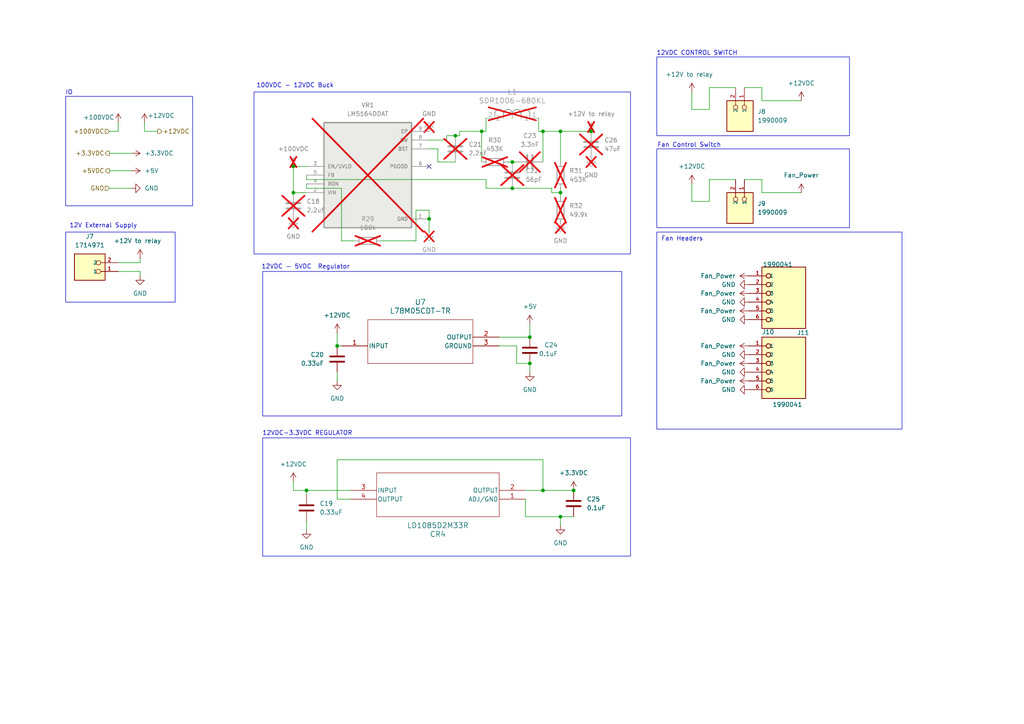
<source format=kicad_sch>
(kicad_sch (version 20250114) (generator "eeschema") (generator_version "9.0")
  (paper "A4")
  (lib_symbols
    (symbol "12-5V regulator L78M05CDT_TR:L78M05CDT-TR" (pin_names (offset 0.254))
      (property "Reference" "U" (at 22.86 10.16 0))
      (property "Value" "L78M05CDT-TR" (at 22.86 7.62 0))
      (symbol "L78M05CDT-TR_0_1"
        (polyline (pts (xy 7.62 5.08) (xy 7.62 -7.62)) (stroke (width 0.127)))
        (polyline (pts (xy 7.62 -7.62) (xy 38.1 -7.62)) (stroke (width 0.127)))
        (polyline (pts (xy 38.1 5.08) (xy 7.62 5.08)) (stroke (width 0.127)))
        (polyline (pts (xy 38.1 -7.62) (xy 38.1 5.08)) (stroke (width 0.127)))
        (pin input line (at 0 0 0) (length 7.62) (name "INPUT") (number "1"))
        (pin power_out line (at 45.72 0 180) (length 7.62) (name "GROUND") (number "3"))
        (pin output line (at 45.72 -2.54 180) (length 7.62) (name "OUTPUT") (number "2"))
      )
    )
    (symbol "1714971:1714971" (pin_names (offset 1.016))
      (property "Reference" "J" (at -2.54 3.302 0))
      (property "Value" "1714971" (at -2.54 -7.62 0))
      (symbol "1714971_0_0"
        (rectangle (start -3.81 -5.08) (end 5.08 2.54) (stroke (width 0.254)) (fill (type background)))
        (circle (center -1.905 0) (radius 0.635) (stroke (width 0.1524)))
        (circle (center -1.905 -2.54) (radius 0.635) (stroke (width 0.1524)))
        (pin passive line (at -7.62 0 0) (length 5.08) (name "1") (number "1"))
        (pin passive line (at -7.62 -2.54 0) (length 5.08) (name "2") (number "2"))
      )
    )
    (symbol "1990009 2P term:1990009" (pin_names (offset 1.016))
      (property "Reference" "J" (at -2.54 3.302 0))
      (property "Value" "1990009" (at -2.54 -7.62 0))
      (symbol "1990009_0_0"
        (rectangle (start -3.81 -5.08) (end 5.08 2.54) (stroke (width 0.254)) (fill (type background)))
        (circle (center -1.905 0) (radius 0.635) (stroke (width 0.1524)))
        (circle (center -1.905 -2.54) (radius 0.635) (stroke (width 0.1524)))
        (pin passive line (at -7.62 0 0) (length 5.08) (name "1") (number "1"))
        (pin passive line (at -7.62 -2.54 0) (length 5.08) (name "2") (number "2"))
      )
    )
    (symbol "2025-06-22_17-53-02:SDR1006-680KL" (pin_names (offset 0.254))
      (property "Reference" "L" (at 6.985 5.08 0))
      (property "Value" "SDR1006-680KL" (at 6.985 -2.54 0))
      (symbol "SDR1006-680KL_1_1"
        (polyline (pts (xy 2.54 0) (xy 2.54 1.27)) (stroke (width 0.2032)))
        (arc (start 2.54 1.27) (mid 3.81 2.5344) (end 5.08 1.27) (stroke (width 0.254)))
        (polyline (pts (xy 5.08 0) (xy 5.08 1.27)) (stroke (width 0.2032)))
        (arc (start 5.08 1.27) (mid 6.35 2.5344) (end 7.62 1.27) (stroke (width 0.254)))
        (polyline (pts (xy 7.62 0) (xy 7.62 1.27)) (stroke (width 0.2032)))
        (arc (start 7.62 1.27) (mid 8.89 2.5344) (end 10.16 1.27) (stroke (width 0.254)))
        (polyline (pts (xy 10.16 0) (xy 10.16 1.27)) (stroke (width 0.2032)))
        (arc (start 10.16 1.27) (mid 11.43 2.5344) (end 12.7 1.27) (stroke (width 0.254)))
        (polyline (pts (xy 12.7 0) (xy 12.7 1.27)) (stroke (width 0.2032)))
        (pin unspecified line (at 0 0 0) (length 2.54) (name "2") (number "2"))
        (pin unspecified line (at 15.24 0 180) (length 2.54) (name "1") (number "1"))
      )
      (symbol "SDR1006-680KL_1_2"
        (arc (start -1.27 10.16) (mid -2.5344 11.43) (end -1.27 12.7) (stroke (width 0.254)))
        (arc (start -1.27 7.62) (mid -2.5344 8.89) (end -1.27 10.16) (stroke (width 0.254)))
        (arc (start -1.27 5.08) (mid -2.5344 6.35) (end -1.27 7.62) (stroke (width 0.254)))
        (arc (start -1.27 2.54) (mid -2.5344 3.81) (end -1.27 5.08) (stroke (width 0.254)))
        (polyline (pts (xy 0 12.7) (xy -1.27 12.7)) (stroke (width 0.2032)))
        (polyline (pts (xy 0 10.16) (xy -1.27 10.16)) (stroke (width 0.2032)))
        (polyline (pts (xy 0 7.62) (xy -1.27 7.62)) (stroke (width 0.2032)))
        (polyline (pts (xy 0 5.08) (xy -1.27 5.08)) (stroke (width 0.2032)))
        (polyline (pts (xy 0 2.54) (xy -1.27 2.54)) (stroke (width 0.2032)))
        (pin unspecified line (at 0 15.24 270) (length 2.54) (name "1") (number "1"))
        (pin unspecified line (at 0 0 90) (length 2.54) (name "2") (number "2"))
      )
    )
    (symbol "3.3V Regulator:LD1085D2M33R" (pin_names (offset 0.254))
      (property "Reference" "CR" (at 25.4 10.16 0))
      (property "Value" "LD1085D2M33R" (at 25.4 7.62 0))
      (symbol "LD1085D2M33R_0_1"
        (polyline (pts (xy 7.62 5.08) (xy 7.62 -7.62)) (stroke (width 0.127)))
        (polyline (pts (xy 7.62 -7.62) (xy 43.18 -7.62)) (stroke (width 0.127)))
        (polyline (pts (xy 43.18 5.08) (xy 7.62 5.08)) (stroke (width 0.127)))
        (polyline (pts (xy 43.18 -7.62) (xy 43.18 5.08)) (stroke (width 0.127)))
        (pin power_out line (at 0 0 0) (length 7.62) (name "ADJ/GND") (number "1"))
        (pin output line (at 0 -2.54 0) (length 7.62) (name "OUTPUT") (number "2"))
        (pin output line (at 50.8 0 180) (length 7.62) (name "OUTPUT") (number "4"))
        (pin input line (at 50.8 -2.54 180) (length 7.62) (name "INPUT") (number "3"))
      )
    )
    (symbol "Device:C" (pin_numbers (hide yes)) (pin_names (offset 0.254))
      (property "Reference" "C" (at 0.635 2.54 0))
      (property "Value" "C" (at 0.635 -2.54 0))
      (symbol "C_0_1"
        (polyline (pts (xy -2.032 0.762) (xy 2.032 0.762)) (stroke (width 0.508)))
        (polyline (pts (xy -2.032 -0.762) (xy 2.032 -0.762)) (stroke (width 0.508)))
      )
      (symbol "C_1_1"
        (pin passive line (at 0 3.81 270) (length 2.794) (name "~") (number "1"))
        (pin passive line (at 0 -3.81 90) (length 2.794) (name "~") (number "2"))
      )
    )
    (symbol "Device:R" (pin_numbers (hide yes)) (pin_names (offset 0))
      (property "Reference" "R" (at 2.032 0 90))
      (property "Value" "R" (at 0 0 90))
      (symbol "R_0_1"
        (rectangle (start -1.016 -2.54) (end 1.016 2.54) (stroke (width 0.254)))
      )
      (symbol "R_1_1"
        (pin passive line (at 0 3.81 270) (length 1.27) (name "~") (number "1"))
        (pin passive line (at 0 -3.81 90) (length 1.27) (name "~") (number "2"))
      )
    )
    (symbol "LM5164DDAT:LM5164DDAT" (pin_names (offset 1.016))
      (property "Reference" "VR" (at -12.7 16.24 0))
      (property "Value" "LM5164DDAT" (at -12.7 -19.24 0))
      (symbol "LM5164DDAT_0_0"
        (rectangle (start -12.7 -15.24) (end 12.7 15.24) (stroke (width 0.41)) (fill (type background)))
        (pin input line (at -17.78 2.54 0) (length 5.08) (name "EN/UVLO") (number "3"))
        (pin input line (at -17.78 0 0) (length 5.08) (name "FB") (number "5"))
        (pin input line (at -17.78 -2.54 0) (length 5.08) (name "RON") (number "4"))
        (pin input line (at -17.78 -5.08 0) (length 5.08) (name "VIN") (number "2"))
        (pin power_in line (at 17.78 12.7 180) (length 5.08) (name "EP") (number "9"))
        (pin power_in line (at 17.78 10.16 180) (length 5.08) (name "SW") (number "8"))
        (pin power_in line (at 17.78 7.62 180) (length 5.08) (name "BST") (number "7"))
        (pin output line (at 17.78 2.54 180) (length 5.08) (name "PGOOD") (number "6"))
        (pin power_in line (at 17.78 -12.7 180) (length 5.08) (name "GND") (number "1"))
      )
    )
    (symbol "PHOENIX_1990041:1990041" (pin_names (offset 1.016))
      (property "Reference" "J" (at -6.85 10.16 0))
      (property "Value" "1990041" (at -6.35 -10.16 0))
      (symbol "1990041_0_0"
        (rectangle (start -6.35 -7.62) (end 6.35 10.16) (stroke (width 0.254)) (fill (type background)))
        (circle (center -4.445 7.62) (radius 0.635) (stroke (width 0.254)))
        (circle (center -4.445 5.08) (radius 0.635) (stroke (width 0.254)))
        (circle (center -4.445 2.54) (radius 0.635) (stroke (width 0.254)))
        (circle (center -4.445 0) (radius 0.635) (stroke (width 0.254)))
        (circle (center -4.445 -2.54) (radius 0.635) (stroke (width 0.254)))
        (circle (center -4.445 -5.08) (radius 0.635) (stroke (width 0.254)))
        (pin passive line (at -10.16 7.62 0) (length 5.08) (name "1") (number "1"))
        (pin passive line (at -10.16 5.08 0) (length 5.08) (name "2") (number "2"))
        (pin passive line (at -10.16 2.54 0) (length 5.08) (name "3") (number "3"))
        (pin passive line (at -10.16 0 0) (length 5.08) (name "4") (number "4"))
        (pin passive line (at -10.16 -2.54 0) (length 5.08) (name "5") (number "5"))
        (pin passive line (at -10.16 -5.08 0) (length 5.08) (name "6") (number "6"))
      )
    )
    (symbol "power:+12V" (power) (pin_numbers (hide yes)) (pin_names (offset 0) (hide yes))
      (property "Value" "+12V" (at 0 3.556 0))
      (symbol "+12V_0_1"
        (polyline (pts (xy -0.762 1.27) (xy 0 2.54)))
        (polyline (pts (xy 0 2.54) (xy 0.762 1.27)))
        (polyline (pts (xy 0 0) (xy 0 2.54)))
      )
      (symbol "+12V_1_1"
        (pin power_in line (at 0 0 90) (length 0) (name "~") (number "1"))
      )
    )
    (symbol "power:+3.3V" (power) (pin_numbers (hide yes)) (pin_names (offset 0) (hide yes))
      (property "Value" "+3.3V" (at 0 3.556 0))
      (symbol "+3.3V_0_1"
        (polyline (pts (xy -0.762 1.27) (xy 0 2.54)))
        (polyline (pts (xy 0 2.54) (xy 0.762 1.27)))
        (polyline (pts (xy 0 0) (xy 0 2.54)))
      )
      (symbol "+3.3V_1_1"
        (pin power_in line (at 0 0 90) (length 0) (name "~") (number "1"))
      )
    )
    (symbol "power:+5V" (power) (pin_numbers (hide yes)) (pin_names (offset 0) (hide yes))
      (property "Value" "+5V" (at 0 3.556 0))
      (symbol "+5V_0_1"
        (polyline (pts (xy -0.762 1.27) (xy 0 2.54)))
        (polyline (pts (xy 0 2.54) (xy 0.762 1.27)))
        (polyline (pts (xy 0 0) (xy 0 2.54)))
      )
      (symbol "+5V_1_1"
        (pin power_in line (at 0 0 90) (length 0) (name "~") (number "1"))
      )
    )
    (symbol "power:GND" (power) (pin_numbers (hide yes)) (pin_names (offset 0) (hide yes))
      (property "Value" "GND" (at 0 -3.81 0))
      (symbol "GND_0_1"
        (polyline (pts (xy 0 0) (xy 0 -1.27) (xy 1.27 -1.27) (xy 0 -2.54) (xy -1.27 -1.27) (xy 0 -1.27)))
      )
      (symbol "GND_1_1"
        (pin power_in line (at 0 0 270) (length 0) (name "~") (number "1"))
      )
    )
  )
  (rectangle (start 19.05 67.31) (end 50.8 87.63))
  (rectangle (start 190.5 16.51) (end 246.38 39.37))
  (rectangle (start 19.05 27.94) (end 55.88 59.69))
  (rectangle (start 73.66 26.67) (end 182.88 73.66))
  (rectangle (start 76.2 78.74) (end 180.34 120.65))
  (rectangle (start 76.2 127) (end 182.88 161.29))
  (rectangle (start 190.5 67.31) (end 261.62 124.46))
  (rectangle (start 190.5 43.18) (end 246.38 66.04))
  (text "Fan Headers\n" (at 197.866 69.342 0) (effects (font (size 1.27 1.27))))
  (text "100VDC - 12VDC Buck\n" (at 85.598 24.892 0) (effects (font (size 1.27 1.27))))
  (text "IO\n" (at 20.066 26.924 0) (effects (font (size 1.27 1.27))))
  (text "12V External Supply" (at 29.972 65.532 0) (effects (font (size 1.27 1.27))))
  (text "12VDC - 5VDC  Regulator\n" (at 88.646 77.47 0) (effects (font (size 1.27 1.27))))
  (text "Fan Control Switch\n" (at 199.898 42.164 0) (effects (font (size 1.27 1.27))))
  (text "12VDC-3.3VDC REGULATOR\n" (at 89.154 125.73 0) (effects (font (size 1.27 1.27))))
  (text "12VDC CONTROL SWITCH\n\n" (at 202.184 16.51 0) (effects (font (size 1.27 1.27))))
  (junction (at 166.37 142.24))
  (junction (at 132.08 39.37))
  (junction (at 162.56 149.86))
  (junction (at 153.67 97.79))
  (junction (at 85.09 55.88))
  (junction (at 139.7 38.1))
  (junction (at 88.9 142.24))
  (junction (at 148.59 54.61))
  (junction (at 85.09 48.26))
  (junction (at 157.48 38.1))
  (junction (at 162.56 38.1))
  (junction (at 148.59 46.99))
  (junction (at 157.48 142.24))
  (junction (at 124.46 63.5))
  (junction (at 162.56 55.88))
  (junction (at 97.79 100.33))
  (junction (at 153.67 105.41))
  (junction (at 171.45 38.1))
  (no_connect (at 124.46 48.26))
  (wire (pts (xy 34.29 78.74) (xy 40.64 78.74)))
  (wire (pts (xy 88.9 50.8) (xy 88.9 52.07)))
  (wire (pts (xy 220.98 29.21) (xy 232.41 29.21)))
  (wire (pts (xy 99.06 100.33) (xy 97.79 100.33)))
  (wire (pts (xy 205.74 58.42) (xy 205.74 52.07)))
  (wire (pts (xy 127 46.99) (xy 132.08 46.99)))
  (wire (pts (xy 162.56 38.1) (xy 162.56 46.99)))
  (wire (pts (xy 38.1 54.61) (xy 31.75 54.61)))
  (wire (pts (xy 153.67 97.79) (xy 153.67 93.98)))
  (wire (pts (xy 40.64 76.2) (xy 40.64 74.93)))
  (wire (pts (xy 160.02 54.61) (xy 160.02 55.88)))
  (wire (pts (xy 162.56 54.61) (xy 162.56 55.88)))
  (wire (pts (xy 157.48 38.1) (xy 157.48 46.99)))
  (wire (pts (xy 140.97 54.61) (xy 148.59 54.61)))
  (wire (pts (xy 97.79 100.33) (xy 97.79 96.52)))
  (wire (pts (xy 38.1 49.53) (xy 31.75 49.53)))
  (wire (pts (xy 220.98 25.4) (xy 220.98 29.21)))
  (wire (pts (xy 124.46 40.64) (xy 129.54 40.64)))
  (wire (pts (xy 133.35 39.37) (xy 133.35 38.1)))
  (wire (pts (xy 152.4 149.86) (xy 162.56 149.86)))
  (wire (pts (xy 153.67 105.41) (xy 149.86 105.41)))
  (wire (pts (xy 34.29 35.56) (xy 34.29 38.1)))
  (wire (pts (xy 157.48 133.35) (xy 157.48 142.24)))
  (wire (pts (xy 85.09 48.26) (xy 85.09 55.88)))
  (wire (pts (xy 205.74 31.75) (xy 205.74 25.4)))
  (wire (pts (xy 148.59 54.61) (xy 160.02 54.61)))
  (wire (pts (xy 200.66 26.67) (xy 200.66 31.75)))
  (wire (pts (xy 97.79 107.95) (xy 97.79 110.49)))
  (wire (pts (xy 97.79 133.35) (xy 97.79 144.78)))
  (wire (pts (xy 162.56 38.1) (xy 171.45 38.1)))
  (wire (pts (xy 99.06 54.61) (xy 99.06 69.85)))
  (wire (pts (xy 157.48 142.24) (xy 152.4 142.24)))
  (wire (pts (xy 133.35 38.1) (xy 139.7 38.1)))
  (wire (pts (xy 162.56 149.86) (xy 162.56 152.4)))
  (wire (pts (xy 149.86 105.41) (xy 149.86 100.33)))
  (wire (pts (xy 153.67 107.95) (xy 153.67 105.41)))
  (wire (pts (xy 127 43.18) (xy 127 46.99)))
  (wire (pts (xy 215.9 25.4) (xy 220.98 25.4)))
  (wire (pts (xy 132.08 39.37) (xy 133.35 39.37)))
  (wire (pts (xy 205.74 52.07) (xy 213.36 52.07)))
  (wire (pts (xy 97.79 144.78) (xy 101.6 144.78)))
  (wire (pts (xy 41.91 38.1) (xy 41.91 35.56)))
  (wire (pts (xy 38.1 44.45) (xy 31.75 44.45)))
  (wire (pts (xy 152.4 149.86) (xy 152.4 144.78)))
  (wire (pts (xy 88.9 53.34) (xy 88.9 54.61)))
  (wire (pts (xy 40.64 78.74) (xy 40.64 80.01)))
  (wire (pts (xy 129.54 39.37) (xy 132.08 39.37)))
  (wire (pts (xy 120.65 69.85) (xy 120.65 60.96)))
  (wire (pts (xy 124.46 43.18) (xy 127 43.18)))
  (wire (pts (xy 139.7 46.99) (xy 139.7 38.1)))
  (wire (pts (xy 124.46 63.5) (xy 124.46 67.31)))
  (wire (pts (xy 129.54 40.64) (xy 129.54 39.37)))
  (wire (pts (xy 160.02 55.88) (xy 162.56 55.88)))
  (wire (pts (xy 99.06 69.85) (xy 102.87 69.85)))
  (wire (pts (xy 148.59 46.99) (xy 147.32 46.99)))
  (wire (pts (xy 88.9 142.24) (xy 101.6 142.24)))
  (wire (pts (xy 140.97 52.07) (xy 140.97 54.61)))
  (wire (pts (xy 85.09 139.7) (xy 85.09 142.24)))
  (wire (pts (xy 157.48 142.24) (xy 166.37 142.24)))
  (wire (pts (xy 157.48 38.1) (xy 162.56 38.1)))
  (wire (pts (xy 120.65 60.96) (xy 124.46 60.96)))
  (wire (pts (xy 85.09 55.88) (xy 88.9 55.88)))
  (wire (pts (xy 45.72 38.1) (xy 41.91 38.1)))
  (wire (pts (xy 88.9 52.07) (xy 140.97 52.07)))
  (wire (pts (xy 124.46 60.96) (xy 124.46 63.5)))
  (wire (pts (xy 88.9 48.26) (xy 85.09 48.26)))
  (wire (pts (xy 215.9 52.07) (xy 220.98 52.07)))
  (wire (pts (xy 140.97 38.1) (xy 139.7 38.1)))
  (wire (pts (xy 140.97 34.29) (xy 140.97 38.1)))
  (wire (pts (xy 88.9 151.13) (xy 88.9 153.67)))
  (wire (pts (xy 220.98 55.88) (xy 232.41 55.88)))
  (wire (pts (xy 88.9 54.61) (xy 99.06 54.61)))
  (wire (pts (xy 220.98 52.07) (xy 220.98 55.88)))
  (wire (pts (xy 85.09 142.24) (xy 88.9 142.24)))
  (wire (pts (xy 200.66 58.42) (xy 205.74 58.42)))
  (wire (pts (xy 110.49 69.85) (xy 120.65 69.85)))
  (wire (pts (xy 157.48 133.35) (xy 97.79 133.35)))
  (wire (pts (xy 153.67 97.79) (xy 144.78 97.79)))
  (wire (pts (xy 162.56 149.86) (xy 166.37 149.86)))
  (wire (pts (xy 156.21 38.1) (xy 157.48 38.1)))
  (wire (pts (xy 34.29 76.2) (xy 40.64 76.2)))
  (wire (pts (xy 200.66 31.75) (xy 205.74 31.75)))
  (wire (pts (xy 162.56 55.88) (xy 162.56 57.15)))
  (wire (pts (xy 205.74 25.4) (xy 213.36 25.4)))
  (wire (pts (xy 149.86 100.33) (xy 144.78 100.33)))
  (wire (pts (xy 34.29 38.1) (xy 31.75 38.1)))
  (wire (pts (xy 200.66 53.34) (xy 200.66 58.42)))
  (wire (pts (xy 149.86 46.99) (xy 148.59 46.99)))
  (wire (pts (xy 88.9 143.51) (xy 88.9 142.24)))
  (wire (pts (xy 156.21 34.29) (xy 156.21 38.1)))
  (hierarchical_label "+3.3VDC" (shape output) (at 31.75 44.45 180))
  (hierarchical_label "+5VDC" (shape output) (at 31.75 49.53 180))
  (hierarchical_label "GND" (shape input) (at 31.75 54.61 180))
  (hierarchical_label "+12VDC" (shape output) (at 45.72 38.1 0))
  (hierarchical_label "+100VDC" (shape input) (at 31.75 38.1 180))
  (symbol (lib_id "LM5164DDAT:LM5164DDAT") (at 106.68 50.8 0) (unit 1) (exclude_from_sim yes) (on_board no) (dnp yes)
    (property "Reference" "VR1" (at 106.68 30.48 0))
    (property "Value" "LM5164DDAT" (at 106.68 33.02 0))
    (property "Footprint" "LM5164DDAT:VREG_LM5017MR_NOPB" (effects (hide yes)))
  )
  (symbol (lib_id "power:GND") (at 153.67 107.95 0) (mirror y) (unit 1)
    (property "Reference" "#PWR080" (effects (hide yes)))
    (property "Value" "GND" (at 153.67 113.03 0))
    (property "Description" "Power symbol creates a global label with name \"GND\" , ground" (effects (hide yes)))
  )
  (symbol (lib_id "power:+12V") (at 41.91 35.56 0) (unit 1)
    (property "Reference" "#PWR070" (effects (hide yes)))
    (property "Value" "+12VDC" (at 46.736 33.528 0))
    (property "Description" "Power symbol creates a global label with name \"+12V\"" (effects (hide yes)))
  )
  (symbol (lib_id "power:GND") (at 124.46 67.31 0) (unit 1) (exclude_from_sim yes) (on_board no) (dnp yes)
    (property "Reference" "#PWR078" (effects (hide yes)))
    (property "Value" "GND" (at 124.46 72.39 0))
    (property "Description" "Power symbol creates a global label with name \"GND\" , ground" (effects (hide yes)))
  )
  (symbol (lib_id "power:+12V") (at 85.09 139.7 0) (unit 1)
    (property "Reference" "#PWR073" (effects (hide yes)))
    (property "Value" "+12VDC" (at 85.09 134.62 0))
    (property "Description" "Power symbol creates a global label with name \"+12V\"" (effects (hide yes)))
  )
  (symbol (lib_id "power:GND") (at 171.45 45.72 0) (unit 1) (exclude_from_sim yes) (on_board no) (dnp yes)
    (property "Reference" "#PWR085" (effects (hide yes)))
    (property "Value" "GND" (at 171.45 50.8 0))
    (property "Description" "Power symbol creates a global label with name \"GND\" , ground" (effects (hide yes)))
  )
  (symbol (lib_id "power:+12V") (at 217.17 85.09 90) (unit 1)
    (property "Reference" "#PWR090" (effects (hide yes)))
    (property "Value" "Fan_Power" (at 213.36 85.0899 90) (effects (justify left)))
    (property "Description" "Power symbol creates a global label with name \"+12V\"" (effects (hide yes)))
  )
  (symbol (lib_id "power:+5V") (at 38.1 49.53 270) (unit 1)
    (property "Reference" "#PWR066" (effects (hide yes)))
    (property "Value" "+5V" (at 41.91 49.5301 90) (effects (justify left)))
    (property "Description" "Power symbol creates a global label with name \"+5V\"" (effects (hide yes)))
  )
  (symbol (lib_id "power:GND") (at 85.09 63.5 0) (unit 1) (exclude_from_sim yes) (on_board no) (dnp yes)
    (property "Reference" "#PWR072" (effects (hide yes)))
    (property "Value" "GND" (at 85.09 68.58 0))
    (property "Description" "Power symbol creates a global label with name \"GND\" , ground" (effects (hide yes)))
  )
  (symbol (lib_id "Device:C") (at 85.09 59.69 0) (unit 1) (exclude_from_sim yes) (on_board no) (dnp yes)
    (property "Reference" "C18" (at 88.9 58.4199 0) (effects (justify left)))
    (property "Value" "2.2uf" (at 88.9 60.9599 0) (effects (justify left)))
    (property "Footprint" "Capacitor_SMD:C_0805_2012Metric" (effects (hide yes)))
    (property "Datasheet" "https://www.digikey.ca/en/products/detail/kemet/C0805C225K8RACTU/789654" (effects (hide yes)))
    (property "Description" "CAP CER 2.2UF 10V X7R 0805" (effects (hide yes)))
    (property "Part Number" "C0805C225K8RACTU" (effects (hide yes)))
  )
  (symbol (lib_id "PHOENIX_1990041:1990041") (at 227.33 87.63 0) (unit 1)
    (property "Reference" "J10" (at 220.98 96.266 0) (effects (justify left)))
    (property "Value" "1990041" (at 221.234 76.708 0) (effects (justify left)))
    (property "Footprint" "PHOENIX_1990041:PHOENIX_1990041" (effects (hide yes)))
    (property "MANUFACTURER" "PHOENIX" (effects (hide yes)))
    (property "Part Number" "1990041" (effects (hide yes)))
  )
  (symbol (lib_id "power:GND") (at 162.56 152.4 0) (unit 1)
    (property "Reference" "#PWR082" (effects (hide yes)))
    (property "Value" "GND" (at 162.56 157.48 0))
    (property "Description" "Power symbol creates a global label with name \"GND\" , ground" (effects (hide yes)))
  )
  (symbol (lib_id "power:+12V") (at 85.09 48.26 0) (unit 1) (exclude_from_sim yes) (on_board no) (dnp yes)
    (property "Reference" "#PWR071" (effects (hide yes)))
    (property "Value" "+100VDC" (at 85.09 43.18 0))
    (property "Description" "Power symbol creates a global label with name \"+12V\"" (effects (hide yes)))
  )
  (symbol (lib_id "power:+12V") (at 40.64 74.93 0) (unit 1)
    (property "Reference" "#PWR068" (effects (hide yes)))
    (property "Value" "+12V to relay" (at 39.878 69.85 0))
    (property "Description" "Power symbol creates a global label with name \"+12V\"" (effects (hide yes)))
  )
  (symbol (lib_id "3.3V Regulator:LD1085D2M33R") (at 152.4 144.78 180) (unit 1)
    (property "Reference" "CR4" (at 127 154.94 0) (effects (font (size 1.524 1.524))))
    (property "Value" "LD1085D2M33R" (at 127 152.4 0) (effects (font (size 1.524 1.524))))
    (property "Footprint" "LD1085D2M33R:D2PAK&slash_A_STM" (effects (hide yes)))
    (property "Datasheet" "https://www.st.com/content/ccc/resource/technical/document/datasheet/d3/84/d5/f6/3c/23/40/7b/CD00001883.pdf/files/CD00001883.pdf/jcr:content/translations/en.CD00001883.pdf" (effects (hide yes)))
    (property "Description" "IC REG LINEAR 3.3V 3A D2PAK-3" (effects (hide yes)))
    (property "Part Number" "LD1085D2M33R" (effects (hide yes)))
  )
  (symbol (lib_id "Device:C") (at 88.9 147.32 0) (unit 1)
    (property "Reference" "C19" (at 92.71 146.0499 0) (effects (justify left)))
    (property "Value" "0.33uF" (at 92.71 148.5899 0) (effects (justify left)))
    (property "Footprint" "Capacitor_SMD:C_0805_2012Metric" (effects (hide yes)))
    (property "Datasheet" "https://www.digikey.ca/en/products/detail/murata-electronics/GRM219R71H334KA88D/702591" (effects (hide yes)))
    (property "Description" "GRM219R71H334KA88D" (effects (hide yes)))
    (property "Part Number" "GRM219R71H334KA88D" (effects (hide yes)))
  )
  (symbol (lib_id "Device:C") (at 97.79 104.14 0) (mirror y) (unit 1)
    (property "Reference" "C20" (at 93.98 102.8699 0) (effects (justify left)))
    (property "Value" "0.33uF" (at 93.98 105.4099 0) (effects (justify left)))
    (property "Footprint" "Capacitor_SMD:C_0805_2012Metric" (effects (hide yes)))
    (property "Datasheet" "https://www.digikey.ca/en/products/detail/murata-electronics/GRM219R71H334KA88D/702591" (effects (hide yes)))
    (property "Description" "GRM219R71H334KA88D" (effects (hide yes)))
    (property "Part Number" "GRM219R71H334KA88D" (effects (hide yes)))
  )
  (symbol (lib_id "power:GND") (at 217.17 113.03 270) (unit 1)
    (property "Reference" "#PWR099" (effects (hide yes)))
    (property "Value" "GND" (at 213.36 113.0299 90) (effects (justify right)))
    (property "Description" "Power symbol creates a global label with name \"GND\" , ground" (effects (hide yes)))
  )
  (symbol (lib_id "Device:R") (at 162.56 60.96 180) (unit 1) (exclude_from_sim yes) (on_board no) (dnp yes)
    (property "Reference" "R32" (at 165.1 59.6899 0) (effects (justify right)))
    (property "Value" "49.9k" (at 165.1 62.2299 0) (effects (justify right)))
    (property "Footprint" "Resistor_SMD:R_0805_2012Metric" (effects (hide yes)))
    (property "Datasheet" "https://www.digikey.ca/en/products/detail/koa-speer-electronics-inc/RK73B2ATTD104J/10236578" (effects (hide yes)))
    (property "Description" "RES 49.9K OHM 1% 1/8W 0805" (effects (hide yes)))
    (property "Part Number" "RC0805FR-0749K9L" (effects (hide yes)))
  )
  (symbol (lib_id "power:GND") (at 217.17 107.95 270) (unit 1)
    (property "Reference" "#PWR097" (effects (hide yes)))
    (property "Value" "GND" (at 213.36 107.9499 90) (effects (justify right)))
    (property "Description" "Power symbol creates a global label with name \"GND\" , ground" (effects (hide yes)))
  )
  (symbol (lib_id "power:+12V") (at 217.17 105.41 90) (unit 1)
    (property "Reference" "#PWR096" (effects (hide yes)))
    (property "Value" "Fan_Power" (at 213.36 105.4099 90) (effects (justify left)))
    (property "Description" "Power symbol creates a global label with name \"+12V\"" (effects (hide yes)))
  )
  (symbol (lib_id "Device:C") (at 132.08 43.18 0) (unit 1) (exclude_from_sim yes) (on_board no) (dnp yes)
    (property "Reference" "C21" (at 135.89 41.9099 0) (effects (justify left)))
    (property "Value" "2.2nF" (at 135.89 44.4499 0) (effects (justify left)))
    (property "Footprint" "Capacitor_SMD:C_0805_2012Metric" (effects (hide yes)))
    (property "Datasheet" "https://www.digikey.ca/en/products/detail/kemet/C0805C222F5GACTU/2212241" (effects (hide yes)))
    (property "Description" "CAP CER 2200PF 50V C0G/NP0 0805" (effects (hide yes)))
    (property "Part Number" "C0805C222F5GACTU" (effects (hide yes)))
  )
  (symbol (lib_id "power:GND") (at 217.17 82.55 270) (unit 1)
    (property "Reference" "#PWR089" (effects (hide yes)))
    (property "Value" "GND" (at 213.36 82.5499 90) (effects (justify right)))
    (property "Description" "Power symbol creates a global label with name \"GND\" , ground" (effects (hide yes)))
  )
  (symbol (lib_id "power:GND") (at 40.64 80.01 0) (unit 1)
    (property "Reference" "#PWR069" (effects (hide yes)))
    (property "Value" "GND" (at 40.64 85.09 0))
    (property "Description" "Power symbol creates a global label with name \"GND\" , ground" (effects (hide yes)))
  )
  (symbol (lib_id "Device:C") (at 171.45 41.91 0) (unit 1) (exclude_from_sim yes) (on_board no) (dnp yes)
    (property "Reference" "C26" (at 175.26 40.6399 0) (effects (justify left)))
    (property "Value" "47uF" (at 175.26 43.1799 0) (effects (justify left)))
    (property "Footprint" "Capacitor_SMD:C_1206_3216Metric_Pad1.33x1.80mm_HandSolder" (effects (hide yes)))
    (property "Datasheet" "https://www.digikey.ca/en/products/detail/tdk-corporation/C3216X5R1C476M160AB/2443481" (effects (hide yes)))
    (property "Description" "CAP CER 47UF 16V X5R 1206" (effects (hide yes)))
    (property "Part Number" "C3216X5R1C476M160AB" (effects (hide yes)))
  )
  (symbol (lib_id "power:GND") (at 124.46 38.1 180) (unit 1) (exclude_from_sim yes) (on_board no) (dnp yes)
    (property "Reference" "#PWR077" (effects (hide yes)))
    (property "Value" "GND" (at 124.46 33.02 0))
    (property "Description" "Power symbol creates a global label with name \"GND\" , ground" (effects (hide yes)))
  )
  (symbol (lib_id "Device:C") (at 166.37 146.05 0) (unit 1)
    (property "Reference" "C25" (at 170.18 144.7799 0) (effects (justify left)))
    (property "Value" "0.1uF" (at 170.18 147.3199 0) (effects (justify left)))
    (property "Footprint" "Capacitor_SMD:C_0805_2012Metric" (effects (hide yes)))
    (property "Datasheet" "https://www.digikey.ca/en/products/detail/kyocera-avx/0805ZD104KAT2A/1603455" (effects (hide yes)))
    (property "Description" "CAP CER 0.1UF 10V X5R 0805" (effects (hide yes)))
    (property "Part Number" "0805ZD104KAT2A" (effects (hide yes)))
  )
  (symbol (lib_id "Device:C") (at 148.59 50.8 0) (unit 1) (exclude_from_sim yes) (on_board no) (dnp yes)
    (property "Reference" "C22" (at 152.4 49.5299 0) (effects (justify left)))
    (property "Value" "56pF" (at 152.4 52.0699 0) (effects (justify left)))
    (property "Footprint" "Capacitor_SMD:C_0805_2012Metric" (effects (hide yes)))
    (property "Datasheet" "https://www.digikey.ca/en/products/detail/kemet/C0805C560J5GAC7210/16942980" (effects (hide yes)))
    (property "Description" "CAP CER 56PF 50V C0G/NP0 0805" (effects (hide yes)))
    (property "Part Number" "C0805C560J5GAC7210" (effects (hide yes)))
  )
  (symbol (lib_id "Device:R") (at 106.68 69.85 90) (unit 1) (exclude_from_sim yes) (on_board no) (dnp yes)
    (property "Reference" "R29" (at 106.68 63.5 90))
    (property "Value" "100k" (at 106.68 66.04 90))
    (property "Footprint" "Resistor_SMD:R_0805_2012Metric" (effects (hide yes)))
    (property "Datasheet" "https://www.digikey.ca/en/products/detail/koa-speer-electronics-inc/RK73B2ATTD104J/10236578" (effects (hide yes)))
    (property "Description" "RES 100K OHM 5% 1/4W 0805" (effects (hide yes)))
    (property "Part Number" "RK73B2ATTD104J" (effects (hide yes)))
  )
  (symbol (lib_id "power:GND") (at 97.79 110.49 0) (mirror y) (unit 1)
    (property "Reference" "#PWR076" (effects (hide yes)))
    (property "Value" "GND" (at 97.79 115.57 0))
    (property "Description" "Power symbol creates a global label with name \"GND\" , ground" (effects (hide yes)))
  )
  (symbol (lib_id "power:+12V") (at 232.41 55.88 0) (unit 1)
    (property "Reference" "#PWR0101" (effects (hide yes)))
    (property "Value" "Fan_Power" (at 232.41 50.8 0))
    (property "Description" "Power symbol creates a global label with name \"+12V\"" (effects (hide yes)))
  )
  (symbol (lib_id "power:+3.3V") (at 166.37 142.24 0) (unit 1)
    (property "Reference" "#PWR083" (effects (hide yes)))
    (property "Value" "+3.3VDC" (at 166.37 137.16 0))
    (property "Description" "Power symbol creates a global label with name \"+3.3V\"" (effects (hide yes)))
  )
  (symbol (lib_id "power:GND") (at 38.1 54.61 90) (unit 1)
    (property "Reference" "#PWR067" (effects (hide yes)))
    (property "Value" "GND" (at 41.91 54.6099 90) (effects (justify right)))
    (property "Description" "Power symbol creates a global label with name \"GND\" , ground" (effects (hide yes)))
  )
  (symbol (lib_id "power:+5V") (at 153.67 93.98 0) (mirror y) (unit 1)
    (property "Reference" "#PWR079" (effects (hide yes)))
    (property "Value" "+5V" (at 153.67 88.9 0))
    (property "Description" "Power symbol creates a global label with name \"+5V\"" (effects (hide yes)))
  )
  (symbol (lib_id "1990009 2P term:1990009") (at 215.9 33.02 270) (unit 1)
    (property "Reference" "J8" (at 219.71 32.3849 90) (effects (justify left)))
    (property "Value" "1990009" (at 219.71 34.9249 90) (effects (justify left)))
    (property "Footprint" "2P term 1990009:PHOENIX_1990009" (effects (hide yes)))
    (property "PARTREV" "03.02.2023" (effects (hide yes)))
    (property "STANDARD" "Manufacturer Recommendations" (effects (hide yes)))
    (property "MAXIMUM_PACKAGE_HEIGHT" "13.1mm" (effects (hide yes)))
    (property "MANUFACTURER" "Phoenix Contact" (effects (hide yes)))
  )
  (symbol (lib_id "power:+12V") (at 217.17 80.01 90) (unit 1)
    (property "Reference" "#PWR088" (effects (hide yes)))
    (property "Value" "Fan_Power" (at 213.36 80.0099 90) (effects (justify left)))
    (property "Description" "Power symbol creates a global label with name \"+12V\"" (effects (hide yes)))
  )
  (symbol (lib_id "12-5V regulator L78M05CDT_TR:L78M05CDT-TR") (at 99.06 100.33 0) (mirror x) (unit 1)
    (property "Reference" "U7" (at 121.92 87.63 0) (effects (font (size 1.524 1.524))))
    (property "Value" "L78M05CDT-TR" (at 121.92 90.17 0) (effects (font (size 1.524 1.524))))
    (property "Footprint" "L78M05CDT_TR:DPAK_STM-M" (effects (hide yes)))
    (property "Datasheet" "L78M05CDT-TR" (effects (hide yes)))
  )
  (symbol (lib_id "power:+12V") (at 200.66 53.34 0) (unit 1)
    (property "Reference" "#PWR087" (effects (hide yes)))
    (property "Value" "+12VDC" (at 200.66 48.26 0))
    (property "Description" "Power symbol creates a global label with name \"+12V\"" (effects (hide yes)))
  )
  (symbol (lib_id "PHOENIX_1990041:1990041") (at 227.33 107.95 0) (unit 1)
    (property "Reference" "J11" (at 231.14 96.52 0) (effects (justify left)))
    (property "Value" "1990041" (at 224.028 117.348 0) (effects (justify left)))
    (property "Footprint" "PHOENIX_1990041:PHOENIX_1990041" (effects (hide yes)))
    (property "MANUFACTURER" "PHOENIX" (effects (hide yes)))
    (property "Part Number" "1990041" (effects (hide yes)))
  )
  (symbol (lib_id "power:GND") (at 88.9 153.67 0) (unit 1)
    (property "Reference" "#PWR074" (effects (hide yes)))
    (property "Value" "GND" (at 88.9 158.75 0))
    (property "Description" "Power symbol creates a global label with name \"GND\" , ground" (effects (hide yes)))
  )
  (symbol (lib_id "2025-06-22_17-53-02:SDR1006-680KL") (at 140.97 34.29 0) (unit 1) (exclude_from_sim yes) (on_board no) (dnp yes)
    (property "Reference" "L1" (at 148.59 26.67 0) (effects (font (size 1.524 1.524))))
    (property "Value" "SDR1006-680KL" (at 148.59 29.21 0) (effects (font (size 1.524 1.524))))
    (property "Footprint" "IND_BOURNS_SDR1006" (effects (hide yes)))
    (property "Datasheet" "SDR1006-680KL" (effects (hide yes)))
  )
  (symbol (lib_id "power:+12V") (at 217.17 100.33 90) (unit 1)
    (property "Reference" "#PWR094" (effects (hide yes)))
    (property "Value" "Fan_Power" (at 213.36 100.3299 90) (effects (justify left)))
    (property "Description" "Power symbol creates a global label with name \"+12V\"" (effects (hide yes)))
  )
  (symbol (lib_id "Device:R") (at 143.51 46.99 90) (unit 1) (exclude_from_sim yes) (on_board no) (dnp yes)
    (property "Reference" "R30" (at 143.51 40.64 90))
    (property "Value" "453K" (at 143.51 43.18 90))
    (property "Footprint" "Resistor_SMD:R_0805_2012Metric" (effects (hide yes)))
    (property "Datasheet" "https://www.digikey.ca/en/products/detail/stackpole-electronics-inc/RMCF0805FT453K/1760289" (effects (hide yes)))
    (property "Description" "RES 453K OHM 1% 1/8W 0805" (effects (hide yes)))
    (property "Part Number" "RMCF0805FT453K" (effects (hide yes)))
  )
  (symbol (lib_id "power:+12V") (at 171.45 38.1 0) (unit 1) (exclude_from_sim yes) (on_board no) (dnp yes)
    (property "Reference" "#PWR084" (effects (hide yes)))
    (property "Value" "+12V to relay" (at 171.45 33.02 0))
    (property "Description" "Power symbol creates a global label with name \"+12V\"" (effects (hide yes)))
  )
  (symbol (lib_id "power:+12V") (at 217.17 90.17 90) (unit 1)
    (property "Reference" "#PWR092" (effects (hide yes)))
    (property "Value" "Fan_Power" (at 213.36 90.1699 90) (effects (justify left)))
    (property "Description" "Power symbol creates a global label with name \"+12V\"" (effects (hide yes)))
  )
  (symbol (lib_id "power:GND") (at 162.56 64.77 0) (unit 1) (exclude_from_sim yes) (on_board no) (dnp yes)
    (property "Reference" "#PWR081" (effects (hide yes)))
    (property "Value" "GND" (at 162.56 69.85 0))
    (property "Description" "Power symbol creates a global label with name \"GND\" , ground" (effects (hide yes)))
  )
  (symbol (lib_id "power:GND") (at 217.17 102.87 270) (unit 1)
    (property "Reference" "#PWR095" (effects (hide yes)))
    (property "Value" "GND" (at 213.36 102.8699 90) (effects (justify right)))
    (property "Description" "Power symbol creates a global label with name \"GND\" , ground" (effects (hide yes)))
  )
  (symbol (lib_id "power:+12V") (at 34.29 35.56 0) (unit 1)
    (property "Reference" "#PWR064" (effects (hide yes)))
    (property "Value" "+100VDC" (at 24.13 34.036 0) (effects (justify left)))
    (property "Description" "Power symbol creates a global label with name \"+12V\"" (effects (hide yes)))
  )
  (symbol (lib_id "1714971:1714971") (at 26.67 78.74 180) (unit 1)
    (property "Reference" "J7" (at 26.035 68.58 0))
    (property "Value" "1714971" (at 26.035 71.12 0))
    (property "Footprint" "1714971:PHOENIX_1714971" (effects (hide yes)))
    (property "PARTREV" "26.05.2020" (effects (hide yes)))
    (property "STANDARD" "Manufacturer Recommendations" (effects (hide yes)))
    (property "MAXIMUM_PACKAGE_HEIGHT" "21.7mm" (effects (hide yes)))
    (property "MANUFACTURER" "Phoenix Contact" (effects (hide yes)))
  )
  (symbol (lib_id "1990009 2P term:1990009") (at 215.9 59.69 270) (unit 1)
    (property "Reference" "J9" (at 219.71 59.0549 90) (effects (justify left)))
    (property "Value" "1990009" (at 219.71 61.5949 90) (effects (justify left)))
    (property "Footprint" "2P term 1990009:PHOENIX_1990009" (effects (hide yes)))
    (property "PARTREV" "03.02.2023" (effects (hide yes)))
    (property "STANDARD" "Manufacturer Recommendations" (effects (hide yes)))
    (property "MAXIMUM_PACKAGE_HEIGHT" "13.1mm" (effects (hide yes)))
    (property "MANUFACTURER" "Phoenix Contact" (effects (hide yes)))
  )
  (symbol (lib_id "power:GND") (at 217.17 87.63 270) (unit 1)
    (property "Reference" "#PWR091" (effects (hide yes)))
    (property "Value" "GND" (at 213.36 87.6299 90) (effects (justify right)))
    (property "Description" "Power symbol creates a global label with name \"GND\" , ground" (effects (hide yes)))
  )
  (symbol (lib_id "power:+12V") (at 97.79 96.52 0) (mirror y) (unit 1)
    (property "Reference" "#PWR075" (effects (hide yes)))
    (property "Value" "+12VDC" (at 97.79 91.44 0))
    (property "Description" "Power symbol creates a global label with name \"+12V\"" (effects (hide yes)))
  )
  (symbol (lib_id "Device:C") (at 153.67 46.99 270) (unit 1) (exclude_from_sim yes) (on_board no) (dnp yes)
    (property "Reference" "C23" (at 153.67 39.37 90))
    (property "Value" "3.3nF" (at 153.67 41.91 90))
    (property "Footprint" "Capacitor_SMD:C_0805_2012Metric" (effects (hide yes)))
    (property "Datasheet" "https://www.digikey.ca/en/products/detail/yageo/CC0805KPX7R9BB332/11491289" (effects (hide yes)))
    (property "Description" "CAP CER 3300PF 50V X7R 0805" (effects (hide yes)))
    (property "Part Number" "CC0805KPX7R9BB332" (effects (hide yes)))
  )
  (symbol (lib_id "power:+12V") (at 232.41 29.21 0) (unit 1)
    (property "Reference" "#PWR0100" (effects (hide yes)))
    (property "Value" "+12VDC" (at 232.41 24.13 0))
    (property "Description" "Power symbol creates a global label with name \"+12V\"" (effects (hide yes)))
  )
  (symbol (lib_id "power:GND") (at 217.17 92.71 270) (unit 1)
    (property "Reference" "#PWR093" (effects (hide yes)))
    (property "Value" "GND" (at 213.36 92.7099 90) (effects (justify right)))
    (property "Description" "Power symbol creates a global label with name \"GND\" , ground" (effects (hide yes)))
  )
  (symbol (lib_id "power:+3.3V") (at 38.1 44.45 270) (unit 1)
    (property "Reference" "#PWR065" (effects (hide yes)))
    (property "Value" "+3.3VDC" (at 41.91 44.4501 90) (effects (justify left)))
    (property "Description" "Power symbol creates a global label with name \"+3.3V\"" (effects (hide yes)))
  )
  (symbol (lib_id "power:+12V") (at 217.17 110.49 90) (unit 1)
    (property "Reference" "#PWR098" (effects (hide yes)))
    (property "Value" "Fan_Power" (at 213.36 110.4899 90) (effects (justify left)))
    (property "Description" "Power symbol creates a global label with name \"+12V\"" (effects (hide yes)))
  )
  (symbol (lib_id "Device:C") (at 153.67 101.6 0) (mirror y) (unit 1)
    (property "Reference" "C24" (at 161.798 100.076 0) (effects (justify left)))
    (property "Value" "0.1uF" (at 161.798 102.616 0) (effects (justify left)))
    (property "Footprint" "Capacitor_SMD:C_0805_2012Metric" (effects (hide yes)))
    (property "Datasheet" "https://www.digikey.ca/en/products/detail/kyocera-avx/0805ZD104KAT2A/1603455" (effects (hide yes)))
    (property "Description" "CAP CER 0.1UF 10V X5R 0805" (effects (hide yes)))
    (property "Part Number" "0805ZD104KAT2A" (effects (hide yes)))
  )
  (symbol (lib_id "power:+12V") (at 200.66 26.67 0) (unit 1)
    (property "Reference" "#PWR086" (effects (hide yes)))
    (property "Value" "+12V to relay" (at 199.898 21.59 0))
    (property "Description" "Power symbol creates a global label with name \"+12V\"" (effects (hide yes)))
  )
  (symbol (lib_id "Device:R") (at 162.56 50.8 0) (unit 1) (exclude_from_sim yes) (on_board no) (dnp yes)
    (property "Reference" "R31" (at 165.1 49.5299 0) (effects (justify left)))
    (property "Value" "453K" (at 165.1 52.0699 0) (effects (justify left)))
    (property "Footprint" "Resistor_SMD:R_0805_2012Metric" (effects (hide yes)))
    (property "Datasheet" "https://www.digikey.ca/en/products/detail/stackpole-electronics-inc/RMCF0805FT453K/1760289" (effects (hide yes)))
    (property "Description" "RES 453K OHM 1% 1/8W 0805" (effects (hide yes)))
    (property "Part Number" "RMCF0805FT453K" (effects (hide yes)))
  )
)
</source>
